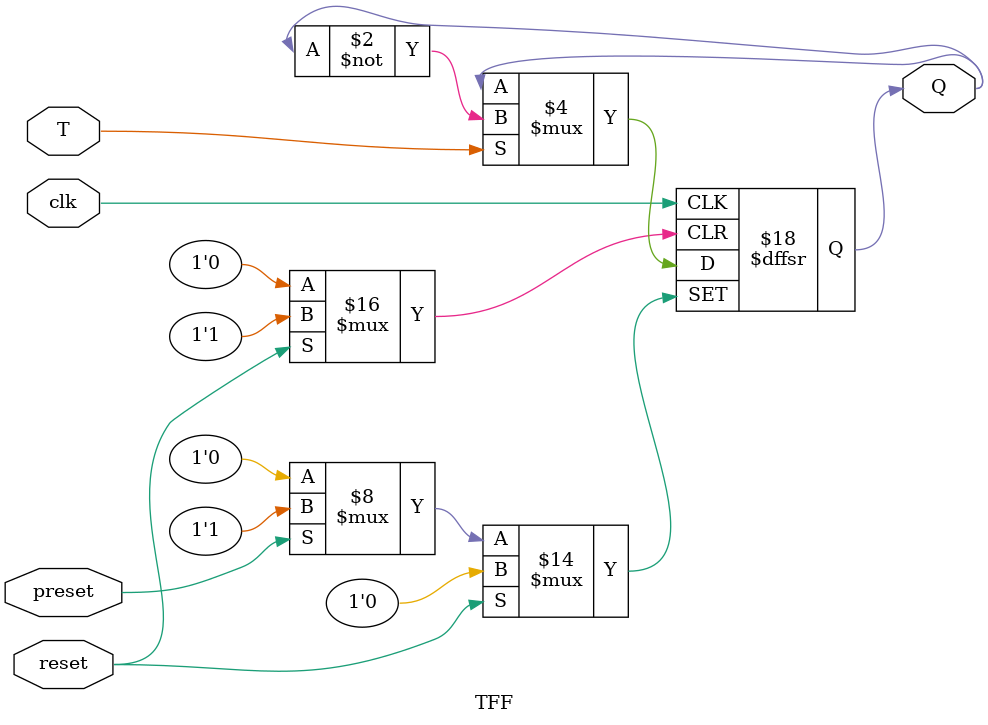
<source format=v>
`timescale 1ns / 1ps

module TFF(T,Q,reset,preset,clk);
input T,reset,preset,clk;
output reg Q;

always @ (posedge clk, posedge reset, posedge preset)
begin
    if (reset)
        Q <= 0;
    else if (preset)
        Q <= 1;
    else if (T)
        Q <= ~Q;
    else
        Q <= Q;
    end
endmodule

</source>
